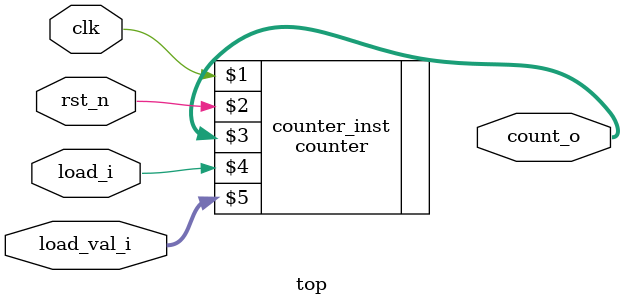
<source format=v>
module top #(parameter n = 4) (clk,rst_n,count_o,load_i,load_val_i);
    input clk,rst_n;
    input load_i;
    output reg [n-1:0] count_o;
    input      [n-1:0] load_val_i;
    counter #(.n(n)) counter_inst(clk,rst_n,count_o,load_i,load_val_i);
endmodule
</source>
